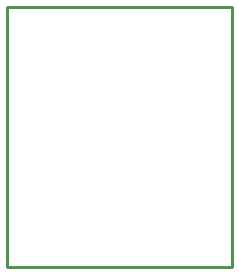
<source format=gko>
G04*
G04 #@! TF.GenerationSoftware,Altium Limited,Altium Designer,21.7.2 (23)*
G04*
G04 Layer_Color=16711935*
%FSAX25Y25*%
%MOIN*%
G70*
G04*
G04 #@! TF.SameCoordinates,459872EF-3558-45D4-9662-87612B2E164F*
G04*
G04*
G04 #@! TF.FilePolarity,Positive*
G04*
G01*
G75*
%ADD12C,0.01000*%
D12*
X-0007500Y-0071500D02*
X0067500D01*
X-0007500Y0015000D02*
X0067500D01*
Y-0071500D02*
Y0015000D01*
X-0007500Y-0071500D02*
Y0015000D01*
M02*

</source>
